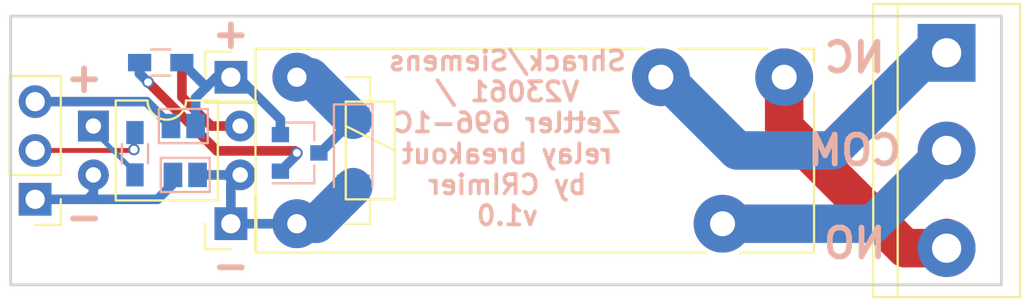
<source format=kicad_pcb>
(kicad_pcb (version 4) (host pcbnew 4.0.7)

  (general
    (links 20)
    (no_connects 1)
    (area 128.602381 101.194999 186.3952 117.777619)
    (thickness 1.6)
    (drawings 14)
    (tracks 67)
    (zones 0)
    (modules 13)
    (nets 13)
  )

  (page A4)
  (layers
    (0 F.Cu signal)
    (31 B.Cu signal)
    (32 B.Adhes user)
    (33 F.Adhes user)
    (34 B.Paste user)
    (35 F.Paste user)
    (36 B.SilkS user)
    (37 F.SilkS user)
    (38 B.Mask user)
    (39 F.Mask user)
    (40 Dwgs.User user)
    (41 Cmts.User user)
    (42 Eco1.User user)
    (43 Eco2.User user)
    (44 Edge.Cuts user)
    (45 Margin user)
    (46 B.CrtYd user)
    (47 F.CrtYd user)
    (48 B.Fab user hide)
    (49 F.Fab user hide)
  )

  (setup
    (last_trace_width 0.5)
    (user_trace_width 0.5)
    (user_trace_width 2)
    (trace_clearance 0.2)
    (zone_clearance 0.508)
    (zone_45_only no)
    (trace_min 0.2)
    (segment_width 0.2)
    (edge_width 0.15)
    (via_size 0.6)
    (via_drill 0.4)
    (via_min_size 0.4)
    (via_min_drill 0.3)
    (uvia_size 0.3)
    (uvia_drill 0.1)
    (uvias_allowed no)
    (uvia_min_size 0.2)
    (uvia_min_drill 0.1)
    (pcb_text_width 0.3)
    (pcb_text_size 1.5 1.5)
    (mod_edge_width 0.15)
    (mod_text_size 1 1)
    (mod_text_width 0.15)
    (pad_size 1.524 1.524)
    (pad_drill 0.762)
    (pad_to_mask_clearance 0.2)
    (aux_axis_origin 184.785 101.6)
    (grid_origin 184.785 101.6)
    (visible_elements 7FFFFF7F)
    (pcbplotparams
      (layerselection 0x010f0_80000001)
      (usegerberextensions true)
      (usegerberattributes true)
      (excludeedgelayer true)
      (linewidth 0.100000)
      (plotframeref false)
      (viasonmask false)
      (mode 1)
      (useauxorigin true)
      (hpglpennumber 1)
      (hpglpenspeed 20)
      (hpglpendiameter 15)
      (hpglpenoverlay 2)
      (psnegative false)
      (psa4output false)
      (plotreference false)
      (plotvalue false)
      (plotinvisibletext false)
      (padsonsilk false)
      (subtractmaskfromsilk false)
      (outputformat 1)
      (mirror false)
      (drillshape 0)
      (scaleselection 1)
      (outputdirectory gerbers/))
  )

  (net 0 "")
  (net 1 GND)
  (net 2 "Net-(J1-Pad2)")
  (net 3 VCC)
  (net 4 "Net-(J3-Pad1)")
  (net 5 "Net-(J3-Pad2)")
  (net 6 "Net-(J3-Pad3)")
  (net 7 "Net-(R1-Pad1)")
  (net 8 "Net-(D1-Pad1)")
  (net 9 "Net-(D1-Pad2)")
  (net 10 "Net-(J4-Pad1)")
  (net 11 "Net-(Q1-Pad1)")
  (net 12 "Net-(R2-Pad2)")

  (net_class Default "This is the default net class."
    (clearance 0.2)
    (trace_width 0.25)
    (via_dia 0.6)
    (via_drill 0.4)
    (uvia_dia 0.3)
    (uvia_drill 0.1)
    (add_net GND)
    (add_net "Net-(D1-Pad1)")
    (add_net "Net-(D1-Pad2)")
    (add_net "Net-(J1-Pad2)")
    (add_net "Net-(J3-Pad1)")
    (add_net "Net-(J3-Pad2)")
    (add_net "Net-(J3-Pad3)")
    (add_net "Net-(J4-Pad1)")
    (add_net "Net-(Q1-Pad1)")
    (add_net "Net-(R1-Pad1)")
    (add_net "Net-(R2-Pad2)")
    (add_net VCC)
  )

  (module Pin_Headers:Pin_Header_Straight_1x03_Pitch2.54mm (layer F.Cu) (tedit 5AA84F86) (tstamp 5AA84E29)
    (at 133.35 111.76 180)
    (descr "Through hole straight pin header, 1x03, 2.54mm pitch, single row")
    (tags "Through hole pin header THT 1x03 2.54mm single row")
    (path /5AA84B07)
    (fp_text reference J1 (at 0 -2.33 180) (layer F.SilkS) hide
      (effects (font (size 1 1) (thickness 0.15)))
    )
    (fp_text value Conn_01x03 (at 0 7.41 180) (layer F.Fab)
      (effects (font (size 1 1) (thickness 0.15)))
    )
    (fp_line (start -0.635 -1.27) (end 1.27 -1.27) (layer F.Fab) (width 0.1))
    (fp_line (start 1.27 -1.27) (end 1.27 6.35) (layer F.Fab) (width 0.1))
    (fp_line (start 1.27 6.35) (end -1.27 6.35) (layer F.Fab) (width 0.1))
    (fp_line (start -1.27 6.35) (end -1.27 -0.635) (layer F.Fab) (width 0.1))
    (fp_line (start -1.27 -0.635) (end -0.635 -1.27) (layer F.Fab) (width 0.1))
    (fp_line (start -1.33 6.41) (end 1.33 6.41) (layer F.SilkS) (width 0.12))
    (fp_line (start -1.33 1.27) (end -1.33 6.41) (layer F.SilkS) (width 0.12))
    (fp_line (start 1.33 1.27) (end 1.33 6.41) (layer F.SilkS) (width 0.12))
    (fp_line (start -1.33 1.27) (end 1.33 1.27) (layer F.SilkS) (width 0.12))
    (fp_line (start -1.33 0) (end -1.33 -1.33) (layer F.SilkS) (width 0.12))
    (fp_line (start -1.33 -1.33) (end 0 -1.33) (layer F.SilkS) (width 0.12))
    (fp_line (start -1.8 -1.8) (end -1.8 6.85) (layer F.CrtYd) (width 0.05))
    (fp_line (start -1.8 6.85) (end 1.8 6.85) (layer F.CrtYd) (width 0.05))
    (fp_line (start 1.8 6.85) (end 1.8 -1.8) (layer F.CrtYd) (width 0.05))
    (fp_line (start 1.8 -1.8) (end -1.8 -1.8) (layer F.CrtYd) (width 0.05))
    (fp_text user %R (at 0 2.54 270) (layer F.Fab)
      (effects (font (size 1 1) (thickness 0.15)))
    )
    (pad 1 thru_hole rect (at 0 0 180) (size 1.7 1.7) (drill 1) (layers *.Cu *.Mask)
      (net 1 GND))
    (pad 2 thru_hole oval (at 0 2.54 180) (size 1.7 1.7) (drill 1) (layers *.Cu *.Mask)
      (net 2 "Net-(J1-Pad2)"))
    (pad 3 thru_hole oval (at 0 5.08 180) (size 1.7 1.7) (drill 1) (layers *.Cu *.Mask)
      (net 3 VCC))
    (model ${KISYS3DMOD}/Pin_Headers.3dshapes/Pin_Header_Straight_1x03_Pitch2.54mm.wrl
      (at (xyz 0 0 0))
      (scale (xyz 1 1 1))
      (rotate (xyz 0 0 0))
    )
  )

  (module Terminal_Blocks:TerminalBlock_bornier-3_P5.08mm (layer F.Cu) (tedit 5AA84FA1) (tstamp 5AA84E46)
    (at 180.6702 104.14 270)
    (descr "simple 3-pin terminal block, pitch 5.08mm, revamped version of bornier3")
    (tags "terminal block bornier3")
    (path /5AA84F10)
    (fp_text reference J3 (at 5.05 -4.65 270) (layer F.SilkS) hide
      (effects (font (size 1 1) (thickness 0.15)))
    )
    (fp_text value Conn_01x03 (at 5.08 5.08 270) (layer F.Fab)
      (effects (font (size 1 1) (thickness 0.15)))
    )
    (fp_text user %R (at 5.08 0 270) (layer F.Fab)
      (effects (font (size 1 1) (thickness 0.15)))
    )
    (fp_line (start -2.47 2.55) (end 12.63 2.55) (layer F.Fab) (width 0.1))
    (fp_line (start -2.47 -3.75) (end 12.63 -3.75) (layer F.Fab) (width 0.1))
    (fp_line (start 12.63 -3.75) (end 12.63 3.75) (layer F.Fab) (width 0.1))
    (fp_line (start 12.63 3.75) (end -2.47 3.75) (layer F.Fab) (width 0.1))
    (fp_line (start -2.47 3.75) (end -2.47 -3.75) (layer F.Fab) (width 0.1))
    (fp_line (start -2.54 3.81) (end -2.54 -3.81) (layer F.SilkS) (width 0.12))
    (fp_line (start 12.7 3.81) (end 12.7 -3.81) (layer F.SilkS) (width 0.12))
    (fp_line (start -2.54 2.54) (end 12.7 2.54) (layer F.SilkS) (width 0.12))
    (fp_line (start -2.54 -3.81) (end 12.7 -3.81) (layer F.SilkS) (width 0.12))
    (fp_line (start -2.54 3.81) (end 12.7 3.81) (layer F.SilkS) (width 0.12))
    (fp_line (start -2.72 -4) (end 12.88 -4) (layer F.CrtYd) (width 0.05))
    (fp_line (start -2.72 -4) (end -2.72 4) (layer F.CrtYd) (width 0.05))
    (fp_line (start 12.88 4) (end 12.88 -4) (layer F.CrtYd) (width 0.05))
    (fp_line (start 12.88 4) (end -2.72 4) (layer F.CrtYd) (width 0.05))
    (pad 1 thru_hole rect (at 0 0 270) (size 3 3) (drill 1.52) (layers *.Cu *.Mask)
      (net 4 "Net-(J3-Pad1)"))
    (pad 2 thru_hole circle (at 5.08 0 270) (size 3 3) (drill 1.52) (layers *.Cu *.Mask)
      (net 5 "Net-(J3-Pad2)"))
    (pad 3 thru_hole circle (at 10.16 0 270) (size 3 3) (drill 1.52) (layers *.Cu *.Mask)
      (net 6 "Net-(J3-Pad3)"))
    (model ${KISYS3DMOD}/Terminal_Blocks.3dshapes/TerminalBlock_bornier-3_P5.08mm.wrl
      (at (xyz 0.2 0 0))
      (scale (xyz 1 1 1))
      (rotate (xyz 0 0 0))
    )
  )

  (module Connect:GS2 (layer B.Cu) (tedit 5AA84F9E) (tstamp 5AA84E4C)
    (at 141.0412 107.95 270)
    (descr "2-pin solder bridge")
    (tags "solder bridge")
    (path /5AA84DD1)
    (attr smd)
    (fp_text reference JP1 (at 1.78 0 360) (layer B.SilkS) hide
      (effects (font (size 1 1) (thickness 0.15)) (justify mirror))
    )
    (fp_text value Jumper (at -1.8 0 540) (layer B.Fab)
      (effects (font (size 1 1) (thickness 0.15)) (justify mirror))
    )
    (fp_line (start 1.1 1.45) (end 1.1 -1.5) (layer B.CrtYd) (width 0.05))
    (fp_line (start 1.1 -1.5) (end -1.1 -1.5) (layer B.CrtYd) (width 0.05))
    (fp_line (start -1.1 -1.5) (end -1.1 1.45) (layer B.CrtYd) (width 0.05))
    (fp_line (start -1.1 1.45) (end 1.1 1.45) (layer B.CrtYd) (width 0.05))
    (fp_line (start -0.89 1.27) (end -0.89 -1.27) (layer B.SilkS) (width 0.12))
    (fp_line (start 0.89 -1.27) (end 0.89 1.27) (layer B.SilkS) (width 0.12))
    (fp_line (start 0.89 -1.27) (end -0.89 -1.27) (layer B.SilkS) (width 0.12))
    (fp_line (start -0.89 1.27) (end 0.89 1.27) (layer B.SilkS) (width 0.12))
    (pad 1 smd rect (at 0 0.64 270) (size 1.27 0.97) (layers B.Cu B.Paste B.Mask)
      (net 3 VCC))
    (pad 2 smd rect (at 0 -0.64 270) (size 1.27 0.97) (layers B.Cu B.Paste B.Mask)
      (net 10 "Net-(J4-Pad1)"))
  )

  (module Connect:GS2 (layer B.Cu) (tedit 5AA84F90) (tstamp 5AA84E52)
    (at 141.1428 110.49 270)
    (descr "2-pin solder bridge")
    (tags "solder bridge")
    (path /5AA84D40)
    (attr smd)
    (fp_text reference JP2 (at 1.78 0 360) (layer B.SilkS) hide
      (effects (font (size 1 1) (thickness 0.15)) (justify mirror))
    )
    (fp_text value Jumper (at -1.8 0 540) (layer B.Fab)
      (effects (font (size 1 1) (thickness 0.15)) (justify mirror))
    )
    (fp_line (start 1.1 1.45) (end 1.1 -1.5) (layer B.CrtYd) (width 0.05))
    (fp_line (start 1.1 -1.5) (end -1.1 -1.5) (layer B.CrtYd) (width 0.05))
    (fp_line (start -1.1 -1.5) (end -1.1 1.45) (layer B.CrtYd) (width 0.05))
    (fp_line (start -1.1 1.45) (end 1.1 1.45) (layer B.CrtYd) (width 0.05))
    (fp_line (start -0.89 1.27) (end -0.89 -1.27) (layer B.SilkS) (width 0.12))
    (fp_line (start 0.89 -1.27) (end 0.89 1.27) (layer B.SilkS) (width 0.12))
    (fp_line (start 0.89 -1.27) (end -0.89 -1.27) (layer B.SilkS) (width 0.12))
    (fp_line (start -0.89 1.27) (end 0.89 1.27) (layer B.SilkS) (width 0.12))
    (pad 1 smd rect (at 0 0.64 270) (size 1.27 0.97) (layers B.Cu B.Paste B.Mask)
      (net 1 GND))
    (pad 2 smd rect (at 0 -0.64 270) (size 1.27 0.97) (layers B.Cu B.Paste B.Mask)
      (net 9 "Net-(D1-Pad2)"))
  )

  (module Resistors_SMD:R_0603_HandSoldering (layer B.Cu) (tedit 5AA84F9B) (tstamp 5AA84E84)
    (at 138.5316 109.39 90)
    (descr "Resistor SMD 0603, hand soldering")
    (tags "resistor 0603")
    (path /5AA84C19)
    (attr smd)
    (fp_text reference R1 (at 0 1.45 90) (layer B.SilkS) hide
      (effects (font (size 1 1) (thickness 0.15)) (justify mirror))
    )
    (fp_text value 1k (at 0 -1.55 90) (layer B.Fab)
      (effects (font (size 1 1) (thickness 0.15)) (justify mirror))
    )
    (fp_text user %R (at 0 0 90) (layer B.Fab)
      (effects (font (size 0.4 0.4) (thickness 0.075)) (justify mirror))
    )
    (fp_line (start -0.8 -0.4) (end -0.8 0.4) (layer B.Fab) (width 0.1))
    (fp_line (start 0.8 -0.4) (end -0.8 -0.4) (layer B.Fab) (width 0.1))
    (fp_line (start 0.8 0.4) (end 0.8 -0.4) (layer B.Fab) (width 0.1))
    (fp_line (start -0.8 0.4) (end 0.8 0.4) (layer B.Fab) (width 0.1))
    (fp_line (start 0.5 -0.68) (end -0.5 -0.68) (layer B.SilkS) (width 0.12))
    (fp_line (start -0.5 0.68) (end 0.5 0.68) (layer B.SilkS) (width 0.12))
    (fp_line (start -1.96 0.7) (end 1.95 0.7) (layer B.CrtYd) (width 0.05))
    (fp_line (start -1.96 0.7) (end -1.96 -0.7) (layer B.CrtYd) (width 0.05))
    (fp_line (start 1.95 -0.7) (end 1.95 0.7) (layer B.CrtYd) (width 0.05))
    (fp_line (start 1.95 -0.7) (end -1.96 -0.7) (layer B.CrtYd) (width 0.05))
    (pad 1 smd rect (at -1.1 0 90) (size 1.2 0.9) (layers B.Cu B.Paste B.Mask)
      (net 7 "Net-(R1-Pad1)"))
    (pad 2 smd rect (at 1.1 0 90) (size 1.2 0.9) (layers B.Cu B.Paste B.Mask)
      (net 2 "Net-(J1-Pad2)"))
    (model ${KISYS3DMOD}/Resistors_SMD.3dshapes/R_0603.wrl
      (at (xyz 0 0 0))
      (scale (xyz 1 1 1))
      (rotate (xyz 0 0 0))
    )
  )

  (module Housings_DIP:DIP-4_W7.62mm (layer F.Cu) (tedit 5AA84F94) (tstamp 5AA84E8C)
    (at 136.3726 107.95)
    (descr "4-lead though-hole mounted DIP package, row spacing 7.62 mm (300 mils)")
    (tags "THT DIP DIL PDIP 2.54mm 7.62mm 300mil")
    (path /5AA84B5A)
    (fp_text reference U1 (at 3.81 -2.33) (layer F.SilkS) hide
      (effects (font (size 1 1) (thickness 0.15)))
    )
    (fp_text value PC817 (at 3.81 4.87) (layer F.Fab)
      (effects (font (size 1 1) (thickness 0.15)))
    )
    (fp_arc (start 3.81 -1.33) (end 2.81 -1.33) (angle -180) (layer F.SilkS) (width 0.12))
    (fp_line (start 1.635 -1.27) (end 6.985 -1.27) (layer F.Fab) (width 0.1))
    (fp_line (start 6.985 -1.27) (end 6.985 3.81) (layer F.Fab) (width 0.1))
    (fp_line (start 6.985 3.81) (end 0.635 3.81) (layer F.Fab) (width 0.1))
    (fp_line (start 0.635 3.81) (end 0.635 -0.27) (layer F.Fab) (width 0.1))
    (fp_line (start 0.635 -0.27) (end 1.635 -1.27) (layer F.Fab) (width 0.1))
    (fp_line (start 2.81 -1.33) (end 1.16 -1.33) (layer F.SilkS) (width 0.12))
    (fp_line (start 1.16 -1.33) (end 1.16 3.87) (layer F.SilkS) (width 0.12))
    (fp_line (start 1.16 3.87) (end 6.46 3.87) (layer F.SilkS) (width 0.12))
    (fp_line (start 6.46 3.87) (end 6.46 -1.33) (layer F.SilkS) (width 0.12))
    (fp_line (start 6.46 -1.33) (end 4.81 -1.33) (layer F.SilkS) (width 0.12))
    (fp_line (start -1.1 -1.55) (end -1.1 4.1) (layer F.CrtYd) (width 0.05))
    (fp_line (start -1.1 4.1) (end 8.7 4.1) (layer F.CrtYd) (width 0.05))
    (fp_line (start 8.7 4.1) (end 8.7 -1.55) (layer F.CrtYd) (width 0.05))
    (fp_line (start 8.7 -1.55) (end -1.1 -1.55) (layer F.CrtYd) (width 0.05))
    (fp_text user %R (at 3.81 1.27) (layer F.Fab)
      (effects (font (size 1 1) (thickness 0.15)))
    )
    (pad 1 thru_hole rect (at 0 0) (size 1.6 1.6) (drill 0.8) (layers *.Cu *.Mask)
      (net 7 "Net-(R1-Pad1)"))
    (pad 3 thru_hole oval (at 7.62 2.54) (size 1.6 1.6) (drill 0.8) (layers *.Cu *.Mask)
      (net 9 "Net-(D1-Pad2)"))
    (pad 2 thru_hole oval (at 0 2.54) (size 1.6 1.6) (drill 0.8) (layers *.Cu *.Mask)
      (net 1 GND))
    (pad 4 thru_hole oval (at 7.62 0) (size 1.6 1.6) (drill 0.8) (layers *.Cu *.Mask)
      (net 12 "Net-(R2-Pad2)"))
    (model ${KISYS3DMOD}/Housings_DIP.3dshapes/DIP-4_W7.62mm.wrl
      (at (xyz 0 0 0))
      (scale (xyz 1 1 1))
      (rotate (xyz 0 0 0))
    )
  )

  (module Pin_Headers:Pin_Header_Straight_1x01_Pitch2.54mm (layer F.Cu) (tedit 5AA84F92) (tstamp 5AA8500F)
    (at 143.51 113.03 90)
    (descr "Through hole straight pin header, 1x01, 2.54mm pitch, single row")
    (tags "Through hole pin header THT 1x01 2.54mm single row")
    (path /5AA85134)
    (fp_text reference J2 (at 0 -2.33 90) (layer F.SilkS) hide
      (effects (font (size 1 1) (thickness 0.15)))
    )
    (fp_text value Conn_01x01 (at 0 2.33 90) (layer F.Fab)
      (effects (font (size 1 1) (thickness 0.15)))
    )
    (fp_line (start -0.635 -1.27) (end 1.27 -1.27) (layer F.Fab) (width 0.1))
    (fp_line (start 1.27 -1.27) (end 1.27 1.27) (layer F.Fab) (width 0.1))
    (fp_line (start 1.27 1.27) (end -1.27 1.27) (layer F.Fab) (width 0.1))
    (fp_line (start -1.27 1.27) (end -1.27 -0.635) (layer F.Fab) (width 0.1))
    (fp_line (start -1.27 -0.635) (end -0.635 -1.27) (layer F.Fab) (width 0.1))
    (fp_line (start -1.33 1.33) (end 1.33 1.33) (layer F.SilkS) (width 0.12))
    (fp_line (start -1.33 1.27) (end -1.33 1.33) (layer F.SilkS) (width 0.12))
    (fp_line (start 1.33 1.27) (end 1.33 1.33) (layer F.SilkS) (width 0.12))
    (fp_line (start -1.33 1.27) (end 1.33 1.27) (layer F.SilkS) (width 0.12))
    (fp_line (start -1.33 0) (end -1.33 -1.33) (layer F.SilkS) (width 0.12))
    (fp_line (start -1.33 -1.33) (end 0 -1.33) (layer F.SilkS) (width 0.12))
    (fp_line (start -1.8 -1.8) (end -1.8 1.8) (layer F.CrtYd) (width 0.05))
    (fp_line (start -1.8 1.8) (end 1.8 1.8) (layer F.CrtYd) (width 0.05))
    (fp_line (start 1.8 1.8) (end 1.8 -1.8) (layer F.CrtYd) (width 0.05))
    (fp_line (start 1.8 -1.8) (end -1.8 -1.8) (layer F.CrtYd) (width 0.05))
    (fp_text user %R (at 0 0 180) (layer F.Fab)
      (effects (font (size 1 1) (thickness 0.15)))
    )
    (pad 1 thru_hole rect (at 0 0 90) (size 1.7 1.7) (drill 1) (layers *.Cu *.Mask)
      (net 9 "Net-(D1-Pad2)"))
    (model ${KISYS3DMOD}/Pin_Headers.3dshapes/Pin_Header_Straight_1x01_Pitch2.54mm.wrl
      (at (xyz 0 0 0))
      (scale (xyz 1 1 1))
      (rotate (xyz 0 0 0))
    )
  )

  (module Pin_Headers:Pin_Header_Straight_1x01_Pitch2.54mm (layer F.Cu) (tedit 5AA84F97) (tstamp 5AA85037)
    (at 143.51 105.41)
    (descr "Through hole straight pin header, 1x01, 2.54mm pitch, single row")
    (tags "Through hole pin header THT 1x01 2.54mm single row")
    (path /5AA850DF)
    (fp_text reference J4 (at 0 -2.33) (layer F.SilkS) hide
      (effects (font (size 1 1) (thickness 0.15)))
    )
    (fp_text value Conn_01x01 (at 0 2.33) (layer F.Fab)
      (effects (font (size 1 1) (thickness 0.15)))
    )
    (fp_line (start -0.635 -1.27) (end 1.27 -1.27) (layer F.Fab) (width 0.1))
    (fp_line (start 1.27 -1.27) (end 1.27 1.27) (layer F.Fab) (width 0.1))
    (fp_line (start 1.27 1.27) (end -1.27 1.27) (layer F.Fab) (width 0.1))
    (fp_line (start -1.27 1.27) (end -1.27 -0.635) (layer F.Fab) (width 0.1))
    (fp_line (start -1.27 -0.635) (end -0.635 -1.27) (layer F.Fab) (width 0.1))
    (fp_line (start -1.33 1.33) (end 1.33 1.33) (layer F.SilkS) (width 0.12))
    (fp_line (start -1.33 1.27) (end -1.33 1.33) (layer F.SilkS) (width 0.12))
    (fp_line (start 1.33 1.27) (end 1.33 1.33) (layer F.SilkS) (width 0.12))
    (fp_line (start -1.33 1.27) (end 1.33 1.27) (layer F.SilkS) (width 0.12))
    (fp_line (start -1.33 0) (end -1.33 -1.33) (layer F.SilkS) (width 0.12))
    (fp_line (start -1.33 -1.33) (end 0 -1.33) (layer F.SilkS) (width 0.12))
    (fp_line (start -1.8 -1.8) (end -1.8 1.8) (layer F.CrtYd) (width 0.05))
    (fp_line (start -1.8 1.8) (end 1.8 1.8) (layer F.CrtYd) (width 0.05))
    (fp_line (start 1.8 1.8) (end 1.8 -1.8) (layer F.CrtYd) (width 0.05))
    (fp_line (start 1.8 -1.8) (end -1.8 -1.8) (layer F.CrtYd) (width 0.05))
    (fp_text user %R (at 0 0 90) (layer F.Fab)
      (effects (font (size 1 1) (thickness 0.15)))
    )
    (pad 1 thru_hole rect (at 0 0) (size 1.7 1.7) (drill 1) (layers *.Cu *.Mask)
      (net 10 "Net-(J4-Pad1)"))
    (model ${KISYS3DMOD}/Pin_Headers.3dshapes/Pin_Header_Straight_1x01_Pitch2.54mm.wrl
      (at (xyz 0 0 0))
      (scale (xyz 1 1 1))
      (rotate (xyz 0 0 0))
    )
  )

  (module Diodes_SMD:D_MiniMELF (layer B.Cu) (tedit 5AA84F8C) (tstamp 5AA8515D)
    (at 149.86 109.375 270)
    (descr "Diode Mini-MELF")
    (tags "Diode Mini-MELF")
    (path /5AA8523E)
    (attr smd)
    (fp_text reference D1 (at 0 2 270) (layer B.SilkS) hide
      (effects (font (size 1 1) (thickness 0.15)) (justify mirror))
    )
    (fp_text value D_Small (at 0 -1.75 270) (layer B.Fab)
      (effects (font (size 1 1) (thickness 0.15)) (justify mirror))
    )
    (fp_text user %R (at 0 2 270) (layer B.Fab)
      (effects (font (size 1 1) (thickness 0.15)) (justify mirror))
    )
    (fp_line (start 1.75 1) (end -2.55 1) (layer B.SilkS) (width 0.12))
    (fp_line (start -2.55 1) (end -2.55 -1) (layer B.SilkS) (width 0.12))
    (fp_line (start -2.55 -1) (end 1.75 -1) (layer B.SilkS) (width 0.12))
    (fp_line (start 1.65 0.8) (end 1.65 -0.8) (layer B.Fab) (width 0.1))
    (fp_line (start 1.65 -0.8) (end -1.65 -0.8) (layer B.Fab) (width 0.1))
    (fp_line (start -1.65 -0.8) (end -1.65 0.8) (layer B.Fab) (width 0.1))
    (fp_line (start -1.65 0.8) (end 1.65 0.8) (layer B.Fab) (width 0.1))
    (fp_line (start 0.25 0) (end 0.75 0) (layer B.Fab) (width 0.1))
    (fp_line (start 0.25 -0.4) (end -0.35 0) (layer B.Fab) (width 0.1))
    (fp_line (start 0.25 0.4) (end 0.25 -0.4) (layer B.Fab) (width 0.1))
    (fp_line (start -0.35 0) (end 0.25 0.4) (layer B.Fab) (width 0.1))
    (fp_line (start -0.35 0) (end -0.35 -0.55) (layer B.Fab) (width 0.1))
    (fp_line (start -0.35 0) (end -0.35 0.55) (layer B.Fab) (width 0.1))
    (fp_line (start -0.75 0) (end -0.35 0) (layer B.Fab) (width 0.1))
    (fp_line (start -2.65 1.1) (end 2.65 1.1) (layer B.CrtYd) (width 0.05))
    (fp_line (start 2.65 1.1) (end 2.65 -1.1) (layer B.CrtYd) (width 0.05))
    (fp_line (start 2.65 -1.1) (end -2.65 -1.1) (layer B.CrtYd) (width 0.05))
    (fp_line (start -2.65 -1.1) (end -2.65 1.1) (layer B.CrtYd) (width 0.05))
    (pad 1 smd rect (at -1.75 0 270) (size 1.3 1.7) (layers B.Cu B.Paste B.Mask)
      (net 8 "Net-(D1-Pad1)"))
    (pad 2 smd rect (at 1.75 0 270) (size 1.3 1.7) (layers B.Cu B.Paste B.Mask)
      (net 9 "Net-(D1-Pad2)"))
    (model ${KISYS3DMOD}/Diodes_SMD.3dshapes/D_MiniMELF.wrl
      (at (xyz 0 0 0))
      (scale (xyz 1 1 1))
      (rotate (xyz 0 0 0))
    )
  )

  (module Relays_ThroughHole:Relay_1-Form-C_Schrack-RYII_RM3.2mm (layer F.Cu) (tedit 5AA85C59) (tstamp 5AA85B55)
    (at 146.937 113.03)
    (descr "Relay, 1-Form-C, Schrack-RYII, RM3.2mm, SPDT")
    (tags "Relay 1-Form-C Schrack-RYII RM3.2mm SPDT")
    (path /5AA84A1A)
    (fp_text reference K1 (at 12.4 -10.12) (layer F.SilkS) hide
      (effects (font (size 1 1) (thickness 0.15)))
    )
    (fp_text value FINDER-40.31 (at 12.4 2.58) (layer F.Fab)
      (effects (font (size 1 1) (thickness 0.15)))
    )
    (fp_text user %R (at 12.35 -3.8) (layer F.Fab)
      (effects (font (size 1 1) (thickness 0.15)))
    )
    (fp_line (start -2.4 -9.35) (end -2.4 1.75) (layer F.CrtYd) (width 0.05))
    (fp_line (start -2.4 1.75) (end 27.1 1.75) (layer F.CrtYd) (width 0.05))
    (fp_line (start 27.1 1.75) (end 27.1 -9.35) (layer F.CrtYd) (width 0.05))
    (fp_line (start 27.1 -9.35) (end -2.4 -9.35) (layer F.CrtYd) (width 0.05))
    (fp_line (start 0 -6.4) (end 0 -1.2) (layer F.Fab) (width 0.1))
    (fp_line (start -1.9 -8.85) (end 26.6 -8.85) (layer F.Fab) (width 0.1))
    (fp_line (start 26.6 -8.85) (end 26.6 1.25) (layer F.Fab) (width 0.1))
    (fp_line (start 26.6 1.25) (end -1.9 1.25) (layer F.Fab) (width 0.1))
    (fp_line (start -1.9 1.25) (end -1.9 -8.85) (layer F.Fab) (width 0.1))
    (fp_line (start 26.85 -6.8) (end 26.85 1.5) (layer F.SilkS) (width 0.12))
    (fp_line (start 19.8 -9.1) (end 24.4 -9.1) (layer F.SilkS) (width 0.12))
    (fp_line (start 26.2 -9.1) (end 26.85 -9.1) (layer F.SilkS) (width 0.12))
    (fp_line (start 26.85 1.5) (end 23 1.5) (layer F.SilkS) (width 0.12))
    (fp_line (start 2.54 -5.08) (end 5.08 -3.81) (layer F.SilkS) (width 0.12))
    (fp_line (start 3.81 -1.27) (end 3.81 0) (layer F.SilkS) (width 0.12))
    (fp_line (start 3.81 0) (end 2.54 0) (layer F.SilkS) (width 0.12))
    (fp_line (start 2.54 -7.62) (end 3.81 -7.62) (layer F.SilkS) (width 0.12))
    (fp_line (start 3.81 -7.62) (end 3.81 -6.35) (layer F.SilkS) (width 0.12))
    (fp_line (start 3.81 -6.35) (end 5.08 -6.35) (layer F.SilkS) (width 0.12))
    (fp_line (start 5.08 -6.35) (end 5.08 -1.27) (layer F.SilkS) (width 0.12))
    (fp_line (start 5.08 -1.27) (end 2.54 -1.27) (layer F.SilkS) (width 0.12))
    (fp_line (start 2.54 -1.27) (end 2.54 -6.35) (layer F.SilkS) (width 0.12))
    (fp_line (start 2.54 -6.35) (end 3.81 -6.35) (layer F.SilkS) (width 0.12))
    (fp_line (start -2.15 -9.1) (end 18.05 -9.1) (layer F.SilkS) (width 0.12))
    (fp_line (start 26.85 -9.1) (end 26.85 -8.4) (layer F.SilkS) (width 0.12))
    (fp_line (start 21.25 1.5) (end -2.15 1.5) (layer F.SilkS) (width 0.12))
    (fp_line (start -2.15 1.5) (end -2.15 -9.1) (layer F.SilkS) (width 0.12))
    (pad A2 thru_hole circle (at 0 -7.62) (size 2.54 2.54) (drill 1) (layers *.Cu *.Mask)
      (net 8 "Net-(D1-Pad1)"))
    (pad A1 thru_hole circle (at 0 0) (size 2.54 2.54) (drill 1) (layers *.Cu *.Mask)
      (net 9 "Net-(D1-Pad2)"))
    (pad 12 thru_hole circle (at 18.9 -7.62) (size 3 3) (drill 1.3) (layers *.Cu *.Mask)
      (net 4 "Net-(J3-Pad1)"))
    (pad 14 thru_hole circle (at 25.3 -7.62) (size 3 3) (drill 1.3) (layers *.Cu *.Mask)
      (net 6 "Net-(J3-Pad3)"))
    (pad 11 thru_hole circle (at 22.1 0) (size 3 3) (drill 1.3) (layers *.Cu *.Mask)
      (net 5 "Net-(J3-Pad2)"))
    (model ${KISYS3DMOD}/Relays_THT.3dshapes/Relay_1-Form-C_Schrack-RYII_RM3.2mm.wrl
      (at (xyz 0 0 0))
      (scale (xyz 1 1 1))
      (rotate (xyz 0 0 0))
    )
  )

  (module TO_SOT_Packages_SMD:SOT-23 (layer B.Cu) (tedit 5AE486DC) (tstamp 5AE486E9)
    (at 147.082 109.347)
    (descr "SOT-23, Standard")
    (tags SOT-23)
    (path /5AE48C8C)
    (attr smd)
    (fp_text reference Q1 (at 0 2.5) (layer B.SilkS) hide
      (effects (font (size 1 1) (thickness 0.15)) (justify mirror))
    )
    (fp_text value Q_PNP_BEC (at 0 -2.5) (layer B.Fab)
      (effects (font (size 1 1) (thickness 0.15)) (justify mirror))
    )
    (fp_text user %R (at 0 0 270) (layer B.Fab)
      (effects (font (size 0.5 0.5) (thickness 0.075)) (justify mirror))
    )
    (fp_line (start -0.7 0.95) (end -0.7 -1.5) (layer B.Fab) (width 0.1))
    (fp_line (start -0.15 1.52) (end 0.7 1.52) (layer B.Fab) (width 0.1))
    (fp_line (start -0.7 0.95) (end -0.15 1.52) (layer B.Fab) (width 0.1))
    (fp_line (start 0.7 1.52) (end 0.7 -1.52) (layer B.Fab) (width 0.1))
    (fp_line (start -0.7 -1.52) (end 0.7 -1.52) (layer B.Fab) (width 0.1))
    (fp_line (start 0.76 -1.58) (end 0.76 -0.65) (layer B.SilkS) (width 0.12))
    (fp_line (start 0.76 1.58) (end 0.76 0.65) (layer B.SilkS) (width 0.12))
    (fp_line (start -1.7 1.75) (end 1.7 1.75) (layer B.CrtYd) (width 0.05))
    (fp_line (start 1.7 1.75) (end 1.7 -1.75) (layer B.CrtYd) (width 0.05))
    (fp_line (start 1.7 -1.75) (end -1.7 -1.75) (layer B.CrtYd) (width 0.05))
    (fp_line (start -1.7 -1.75) (end -1.7 1.75) (layer B.CrtYd) (width 0.05))
    (fp_line (start 0.76 1.58) (end -1.4 1.58) (layer B.SilkS) (width 0.12))
    (fp_line (start 0.76 -1.58) (end -0.7 -1.58) (layer B.SilkS) (width 0.12))
    (pad 1 smd rect (at -1 0.95) (size 0.9 0.8) (layers B.Cu B.Paste B.Mask)
      (net 11 "Net-(Q1-Pad1)"))
    (pad 2 smd rect (at -1 -0.95) (size 0.9 0.8) (layers B.Cu B.Paste B.Mask)
      (net 10 "Net-(J4-Pad1)"))
    (pad 3 smd rect (at 1 0) (size 0.9 0.8) (layers B.Cu B.Paste B.Mask)
      (net 8 "Net-(D1-Pad1)"))
    (model ${KISYS3DMOD}/TO_SOT_Packages_SMD.3dshapes/SOT-23.wrl
      (at (xyz 0 0 0))
      (scale (xyz 1 1 1))
      (rotate (xyz 0 0 0))
    )
  )

  (module Resistors_SMD:R_0603_HandSoldering (layer F.Cu) (tedit 5AE486EA) (tstamp 5AE486EF)
    (at 139.87 104.648)
    (descr "Resistor SMD 0603, hand soldering")
    (tags "resistor 0603")
    (path /5AE48DD4)
    (attr smd)
    (fp_text reference R2 (at 0 -1.45) (layer F.SilkS) hide
      (effects (font (size 1 1) (thickness 0.15)))
    )
    (fp_text value 1k (at 0 1.55) (layer F.Fab)
      (effects (font (size 1 1) (thickness 0.15)))
    )
    (fp_text user %R (at 0 0) (layer F.Fab)
      (effects (font (size 0.4 0.4) (thickness 0.075)))
    )
    (fp_line (start -0.8 0.4) (end -0.8 -0.4) (layer F.Fab) (width 0.1))
    (fp_line (start 0.8 0.4) (end -0.8 0.4) (layer F.Fab) (width 0.1))
    (fp_line (start 0.8 -0.4) (end 0.8 0.4) (layer F.Fab) (width 0.1))
    (fp_line (start -0.8 -0.4) (end 0.8 -0.4) (layer F.Fab) (width 0.1))
    (fp_line (start 0.5 0.68) (end -0.5 0.68) (layer F.SilkS) (width 0.12))
    (fp_line (start -0.5 -0.68) (end 0.5 -0.68) (layer F.SilkS) (width 0.12))
    (fp_line (start -1.96 -0.7) (end 1.95 -0.7) (layer F.CrtYd) (width 0.05))
    (fp_line (start -1.96 -0.7) (end -1.96 0.7) (layer F.CrtYd) (width 0.05))
    (fp_line (start 1.95 0.7) (end 1.95 -0.7) (layer F.CrtYd) (width 0.05))
    (fp_line (start 1.95 0.7) (end -1.96 0.7) (layer F.CrtYd) (width 0.05))
    (pad 1 smd rect (at -1.1 0) (size 1.2 0.9) (layers F.Cu F.Paste F.Mask)
      (net 11 "Net-(Q1-Pad1)"))
    (pad 2 smd rect (at 1.1 0) (size 1.2 0.9) (layers F.Cu F.Paste F.Mask)
      (net 12 "Net-(R2-Pad2)"))
    (model ${KISYS3DMOD}/Resistors_SMD.3dshapes/R_0603.wrl
      (at (xyz 0 0 0))
      (scale (xyz 1 1 1))
      (rotate (xyz 0 0 0))
    )
  )

  (module Resistors_SMD:R_0603_HandSoldering (layer B.Cu) (tedit 5AE486ED) (tstamp 5AE486F5)
    (at 139.87 104.648)
    (descr "Resistor SMD 0603, hand soldering")
    (tags "resistor 0603")
    (path /5AE48E8A)
    (attr smd)
    (fp_text reference R3 (at 0 1.45) (layer B.SilkS) hide
      (effects (font (size 1 1) (thickness 0.15)) (justify mirror))
    )
    (fp_text value 1k (at 0 -1.55) (layer B.Fab)
      (effects (font (size 1 1) (thickness 0.15)) (justify mirror))
    )
    (fp_text user %R (at 0 0) (layer B.Fab)
      (effects (font (size 0.4 0.4) (thickness 0.075)) (justify mirror))
    )
    (fp_line (start -0.8 -0.4) (end -0.8 0.4) (layer B.Fab) (width 0.1))
    (fp_line (start 0.8 -0.4) (end -0.8 -0.4) (layer B.Fab) (width 0.1))
    (fp_line (start 0.8 0.4) (end 0.8 -0.4) (layer B.Fab) (width 0.1))
    (fp_line (start -0.8 0.4) (end 0.8 0.4) (layer B.Fab) (width 0.1))
    (fp_line (start 0.5 -0.68) (end -0.5 -0.68) (layer B.SilkS) (width 0.12))
    (fp_line (start -0.5 0.68) (end 0.5 0.68) (layer B.SilkS) (width 0.12))
    (fp_line (start -1.96 0.7) (end 1.95 0.7) (layer B.CrtYd) (width 0.05))
    (fp_line (start -1.96 0.7) (end -1.96 -0.7) (layer B.CrtYd) (width 0.05))
    (fp_line (start 1.95 -0.7) (end 1.95 0.7) (layer B.CrtYd) (width 0.05))
    (fp_line (start 1.95 -0.7) (end -1.96 -0.7) (layer B.CrtYd) (width 0.05))
    (pad 1 smd rect (at -1.1 0) (size 1.2 0.9) (layers B.Cu B.Paste B.Mask)
      (net 11 "Net-(Q1-Pad1)"))
    (pad 2 smd rect (at 1.1 0) (size 1.2 0.9) (layers B.Cu B.Paste B.Mask)
      (net 10 "Net-(J4-Pad1)"))
    (model ${KISYS3DMOD}/Resistors_SMD.3dshapes/R_0603.wrl
      (at (xyz 0 0 0))
      (scale (xyz 1 1 1))
      (rotate (xyz 0 0 0))
    )
  )

  (gr_text - (at 135.89 112.649) (layer B.SilkS) (tstamp 5AA8526E)
    (effects (font (size 1.5 1.5) (thickness 0.3)) (justify mirror))
  )
  (gr_text - (at 135.89 112.649) (layer F.SilkS) (tstamp 5AA8526D)
    (effects (font (size 1.5 1.5) (thickness 0.3)))
  )
  (gr_text - (at 143.51 115.189) (layer B.SilkS) (tstamp 5AA8526C)
    (effects (font (size 1.5 1.5) (thickness 0.3)) (justify mirror))
  )
  (gr_text - (at 143.51 115.189) (layer F.SilkS) (tstamp 5AA8526B)
    (effects (font (size 1.5 1.5) (thickness 0.3)))
  )
  (gr_text + (at 143.51 103.124) (layer B.SilkS) (tstamp 5AA85265)
    (effects (font (size 1.5 1.5) (thickness 0.3)) (justify mirror))
  )
  (gr_text + (at 143.51 103.124) (layer F.SilkS) (tstamp 5AA85264)
    (effects (font (size 1.5 1.5) (thickness 0.3)))
  )
  (gr_text + (at 135.89 105.41) (layer F.SilkS) (tstamp 5AA8525A)
    (effects (font (size 1.5 1.5) (thickness 0.3)))
  )
  (gr_text + (at 135.89 105.41) (layer B.SilkS)
    (effects (font (size 1.5 1.5) (thickness 0.3)) (justify mirror))
  )
  (gr_text "NC\n\nCOM\n\nNO" (at 175.895 109.22) (layer B.SilkS)
    (effects (font (size 1.5 1.5) (thickness 0.3)) (justify mirror))
  )
  (gr_text "Shrack/Siemens\nV23061 /\nZettler 696-1C\nrelay breakout\nby CRImier\nv1.0" (at 157.861 108.585) (layer B.SilkS)
    (effects (font (size 1 1) (thickness 0.2)) (justify mirror))
  )
  (gr_line (start 132.08 102.235) (end 183.515 102.235) (layer Edge.Cuts) (width 0.15))
  (gr_line (start 132.08 116.205) (end 132.08 102.235) (layer Edge.Cuts) (width 0.15))
  (gr_line (start 183.515 116.205) (end 132.08 116.205) (layer Edge.Cuts) (width 0.15))
  (gr_line (start 183.515 102.235) (end 183.515 116.205) (layer Edge.Cuts) (width 0.15))

  (segment (start 133.35 111.76) (end 136.525 111.76) (width 0.5) (layer B.Cu) (net 1))
  (segment (start 136.525 111.76) (end 139.7 111.76) (width 0.5) (layer B.Cu) (net 1))
  (segment (start 136.3726 110.49) (end 136.3726 111.6076) (width 0.5) (layer B.Cu) (net 1))
  (segment (start 136.3726 111.6076) (end 136.525 111.76) (width 0.5) (layer B.Cu) (net 1))
  (segment (start 140.5028 110.49) (end 140.5028 110.9572) (width 0.5) (layer B.Cu) (net 1))
  (segment (start 140.5028 110.9572) (end 140.335 111.125) (width 0.5) (layer B.Cu) (net 1))
  (segment (start 139.7 111.76) (end 140.335 111.125) (width 0.5) (layer B.Cu) (net 1))
  (segment (start 135.89 111.76) (end 139.7 111.76) (width 0.25) (layer B.Cu) (net 1))
  (segment (start 136.3726 111.2774) (end 135.89 111.76) (width 0.25) (layer B.Cu) (net 1))
  (segment (start 135.89 111.76) (end 133.35 111.76) (width 0.25) (layer B.Cu) (net 1))
  (segment (start 136.3726 110.49) (end 136.3726 111.2774) (width 0.25) (layer B.Cu) (net 1))
  (segment (start 138.478242 109.171758) (end 138.478242 108.343358) (width 0.25) (layer B.Cu) (net 2))
  (segment (start 138.478242 108.343358) (end 138.5316 108.29) (width 0.25) (layer B.Cu) (net 2))
  (segment (start 137.16 109.22) (end 138.43 109.22) (width 0.25) (layer F.Cu) (net 2))
  (segment (start 138.43 109.22) (end 138.478242 109.171758) (width 0.25) (layer F.Cu) (net 2))
  (via (at 138.478242 109.171758) (size 0.6) (drill 0.4) (layers F.Cu B.Cu) (net 2))
  (segment (start 133.35 109.22) (end 137.16 109.22) (width 0.25) (layer F.Cu) (net 2))
  (segment (start 133.35 106.68) (end 139.1312 106.68) (width 0.5) (layer B.Cu) (net 3))
  (segment (start 139.1312 106.68) (end 140.4012 107.95) (width 0.5) (layer B.Cu) (net 3))
  (segment (start 165.837 105.41) (end 165.989 105.41) (width 2) (layer B.Cu) (net 4))
  (segment (start 165.989 105.41) (end 169.799 109.22) (width 2) (layer B.Cu) (net 4))
  (segment (start 169.799 109.22) (end 174.735986 109.22) (width 2) (layer B.Cu) (net 4))
  (segment (start 174.735986 109.22) (end 179.815986 104.14) (width 2) (layer B.Cu) (net 4))
  (segment (start 179.815986 104.14) (end 180.6702 104.14) (width 2) (layer B.Cu) (net 4))
  (segment (start 169.037 113.03) (end 176.8602 113.03) (width 2) (layer B.Cu) (net 5))
  (segment (start 176.8602 113.03) (end 180.6702 109.22) (width 2) (layer B.Cu) (net 5))
  (segment (start 172.237 105.41) (end 172.237 108.022032) (width 2) (layer F.Cu) (net 6))
  (segment (start 178.514968 114.3) (end 180.6702 114.3) (width 2) (layer F.Cu) (net 6))
  (segment (start 172.237 108.022032) (end 178.514968 114.3) (width 2) (layer F.Cu) (net 6))
  (segment (start 180.657802 113.778998) (end 180.6702 113.7666) (width 2) (layer F.Cu) (net 6))
  (segment (start 138.5316 110.49) (end 138.5316 110.347385) (width 0.25) (layer B.Cu) (net 7))
  (segment (start 138.5316 110.347385) (end 136.3726 108.188385) (width 0.25) (layer B.Cu) (net 7))
  (segment (start 136.3726 108.188385) (end 136.3726 107.95) (width 0.25) (layer B.Cu) (net 7))
  (segment (start 148.082 109.347) (end 148.138 109.347) (width 0.5) (layer B.Cu) (net 8))
  (segment (start 148.138 109.347) (end 149.86 107.625) (width 0.5) (layer B.Cu) (net 8))
  (segment (start 147.645 105.41) (end 149.86 107.625) (width 2) (layer B.Cu) (net 8))
  (segment (start 147.32 105.41) (end 147.645 105.41) (width 2) (layer B.Cu) (net 8))
  (segment (start 143.51 113.03) (end 146.937 113.03) (width 0.5) (layer B.Cu) (net 9))
  (segment (start 143.51 113.03) (end 143.51 110.9726) (width 0.5) (layer B.Cu) (net 9))
  (segment (start 143.51 110.9726) (end 143.9926 110.49) (width 0.5) (layer B.Cu) (net 9))
  (segment (start 141.7828 110.49) (end 143.9926 110.49) (width 0.5) (layer B.Cu) (net 9))
  (segment (start 147.955 113.03) (end 149.86 111.125) (width 2) (layer B.Cu) (net 9))
  (segment (start 147.32 113.03) (end 147.955 113.03) (width 2) (layer B.Cu) (net 9))
  (segment (start 141.6812 106.482012) (end 142.24 105.923212) (width 0.5) (layer B.Cu) (net 10))
  (segment (start 142.24 105.923212) (end 142.753212 105.41) (width 0.5) (layer B.Cu) (net 10))
  (segment (start 140.97 104.648) (end 140.97 104.653212) (width 0.5) (layer B.Cu) (net 10))
  (segment (start 140.97 104.653212) (end 142.24 105.923212) (width 0.5) (layer B.Cu) (net 10))
  (segment (start 143.891 105.41) (end 146.082 107.601) (width 0.5) (layer B.Cu) (net 10))
  (segment (start 146.082 107.601) (end 146.082 108.397) (width 0.5) (layer B.Cu) (net 10))
  (segment (start 143.51 105.41) (end 143.891 105.41) (width 0.5) (layer B.Cu) (net 10))
  (segment (start 141.6812 107.95) (end 141.6812 106.482012) (width 0.5) (layer B.Cu) (net 10))
  (segment (start 142.753212 105.41) (end 143.51 105.41) (width 0.5) (layer B.Cu) (net 10))
  (segment (start 138.77 105.223444) (end 139.210556 105.664) (width 0.5) (layer F.Cu) (net 11))
  (segment (start 139.210556 105.664) (end 142.786555 109.239999) (width 0.5) (layer F.Cu) (net 11))
  (via (at 139.210556 105.664) (size 0.6) (drill 0.4) (layers F.Cu B.Cu) (net 11))
  (segment (start 138.77 104.648) (end 138.77 105.223444) (width 0.5) (layer B.Cu) (net 11))
  (segment (start 138.77 105.223444) (end 139.210556 105.664) (width 0.5) (layer B.Cu) (net 11))
  (segment (start 146.939 109.347) (end 146.939 109.44) (width 0.5) (layer B.Cu) (net 11))
  (segment (start 146.939 109.44) (end 146.082 110.297) (width 0.5) (layer B.Cu) (net 11))
  (segment (start 143.392599 109.239999) (end 146.831999 109.239999) (width 0.5) (layer F.Cu) (net 11))
  (segment (start 146.831999 109.239999) (end 146.939 109.347) (width 0.5) (layer F.Cu) (net 11))
  (via (at 146.939 109.347) (size 0.6) (drill 0.4) (layers F.Cu B.Cu) (net 11))
  (segment (start 138.77 104.648) (end 138.77 105.223444) (width 0.5) (layer F.Cu) (net 11))
  (segment (start 142.786555 109.239999) (end 143.392599 109.239999) (width 0.5) (layer F.Cu) (net 11))
  (segment (start 140.97 104.648) (end 140.97 106.433482) (width 0.5) (layer F.Cu) (net 12))
  (segment (start 140.97 106.433482) (end 142.486518 107.95) (width 0.5) (layer F.Cu) (net 12))
  (segment (start 142.486518 107.95) (end 143.9926 107.95) (width 0.5) (layer F.Cu) (net 12))

)

</source>
